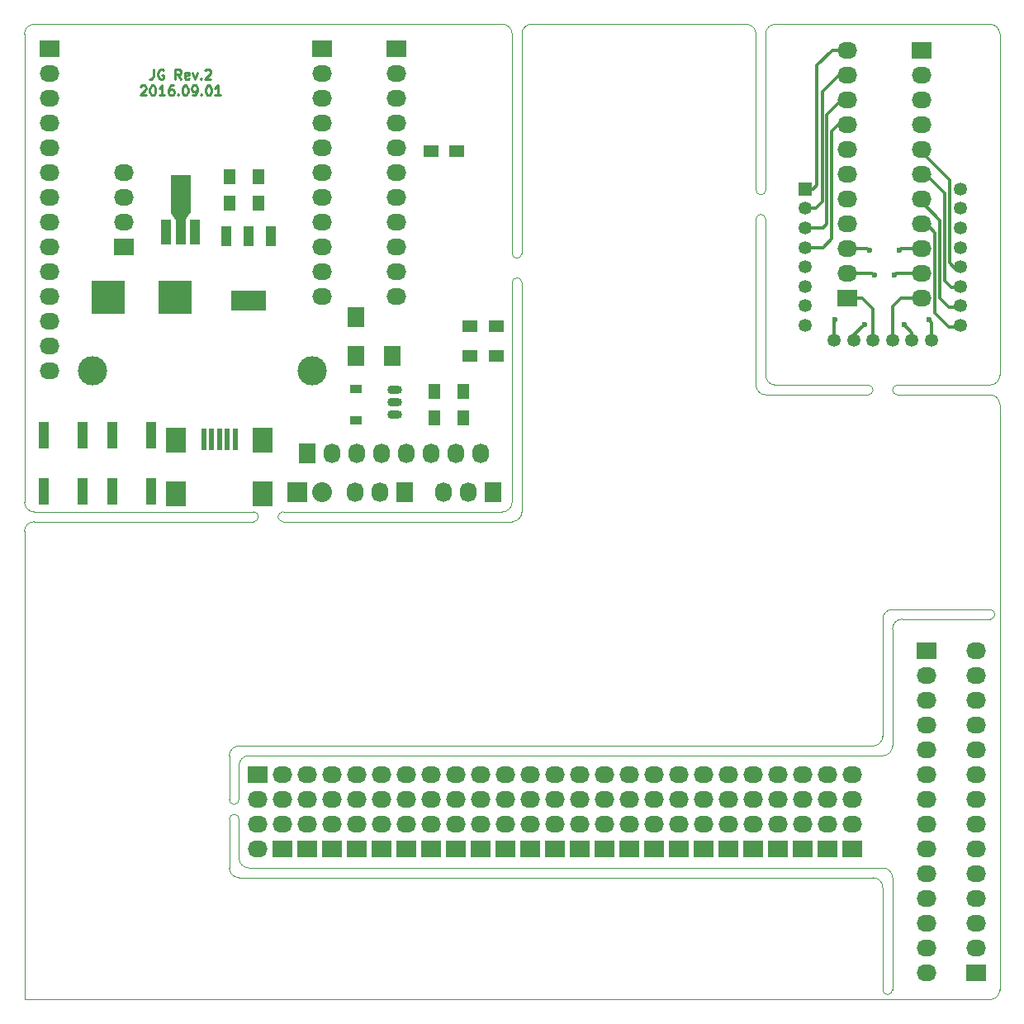
<source format=gtl>
G04 #@! TF.FileFunction,Copper,L1,Top,Signal*
%FSLAX46Y46*%
G04 Gerber Fmt 4.6, Leading zero omitted, Abs format (unit mm)*
G04 Created by KiCad (PCBNEW 4.0.2+dfsg1-stable) date Thu 29 Sep 2016 01:56:18 PM PDT*
%MOMM*%
G01*
G04 APERTURE LIST*
%ADD10C,0.100000*%
%ADD11C,0.010000*%
%ADD12C,0.250000*%
%ADD13R,2.032000X1.727200*%
%ADD14O,2.032000X1.727200*%
%ADD15R,0.500380X2.301240*%
%ADD16R,1.998980X2.499360*%
%ADD17R,1.727200X2.032000*%
%ADD18O,1.727200X2.032000*%
%ADD19C,1.350000*%
%ADD20R,1.350000X1.350000*%
%ADD21R,1.300000X1.500000*%
%ADD22R,3.500000X3.500000*%
%ADD23R,1.500000X1.300000*%
%ADD24R,1.000760X2.501900*%
%ADD25R,1.998980X4.000500*%
%ADD26R,2.032000X2.032000*%
%ADD27O,2.032000X2.032000*%
%ADD28R,1.000000X2.750000*%
%ADD29R,1.220000X0.910000*%
%ADD30R,3.657600X2.032000*%
%ADD31R,1.016000X2.032000*%
%ADD32C,3.000000*%
%ADD33O,1.501140X0.899160*%
%ADD34R,1.700000X2.000000*%
%ADD35C,0.600000*%
%ADD36C,0.300000*%
G04 APERTURE END LIST*
D10*
D11*
X0Y-49000000D02*
G75*
G03X1000000Y-50000000I1000000J0D01*
G01*
X1000000Y-51000000D02*
G75*
G03X0Y-52000000I0J-1000000D01*
G01*
X24000000Y-50500000D02*
G75*
G03X23500000Y-50000000I-500000J0D01*
G01*
X23500000Y-51000000D02*
G75*
G03X24000000Y-50500000I0J500000D01*
G01*
X26000000Y-50500000D02*
G75*
G03X26500000Y-51000000I500000J0D01*
G01*
X26500000Y-50000000D02*
G75*
G03X26000000Y-50500000I0J-500000D01*
G01*
X49000000Y-50000000D02*
G75*
G03X50000000Y-49000000I0J1000000D01*
G01*
X50000000Y-51000000D02*
G75*
G03X51000000Y-50000000I0J1000000D01*
G01*
X1000000Y0D02*
G75*
G03X0Y-1000000I0J-1000000D01*
G01*
X52000000Y0D02*
G75*
G03X51000000Y-1000000I0J-1000000D01*
G01*
X50000000Y-1000000D02*
G75*
G03X49000000Y0I-1000000J0D01*
G01*
X51000000Y-26500000D02*
G75*
G03X50500000Y-26000000I-500000J0D01*
G01*
X50500000Y-26000000D02*
G75*
G03X50000000Y-26500000I0J-500000D01*
G01*
X50500000Y-24000000D02*
G75*
G03X51000000Y-23500000I0J500000D01*
G01*
X50000000Y-23500000D02*
G75*
G03X50500000Y-24000000I500000J0D01*
G01*
X77000000Y0D02*
G75*
G03X76000000Y-1000000I0J-1000000D01*
G01*
X75000000Y-1000000D02*
G75*
G03X74000000Y0I-1000000J0D01*
G01*
X76000000Y-20000000D02*
G75*
G03X75500000Y-19500000I-500000J0D01*
G01*
X75500000Y-19500000D02*
G75*
G03X75000000Y-20000000I0J-500000D01*
G01*
X75500000Y-17500000D02*
G75*
G03X76000000Y-17000000I0J500000D01*
G01*
X75000000Y-17000000D02*
G75*
G03X75500000Y-17500000I500000J0D01*
G01*
X75000000Y-37000000D02*
G75*
G03X76000000Y-38000000I1000000J0D01*
G01*
X76000000Y-36000000D02*
G75*
G03X77000000Y-37000000I1000000J0D01*
G01*
X89000000Y-37500000D02*
G75*
G03X89500000Y-38000000I500000J0D01*
G01*
X89500000Y-37000000D02*
G75*
G03X89000000Y-37500000I0J-500000D01*
G01*
X86500000Y-38000000D02*
G75*
G03X87000000Y-37500000I0J500000D01*
G01*
X87000000Y-37500000D02*
G75*
G03X86500000Y-37000000I-500000J0D01*
G01*
X100000000Y-39000000D02*
G75*
G03X99000000Y-38000000I-1000000J0D01*
G01*
X99000000Y-37000000D02*
G75*
G03X100000000Y-36000000I0J1000000D01*
G01*
X100000000Y-1000000D02*
G75*
G03X99000000Y0I-1000000J0D01*
G01*
X99000000Y-100000000D02*
G75*
G03X100000000Y-99000000I0J1000000D01*
G01*
X99000000Y-61000000D02*
G75*
G03X99500000Y-60500000I0J500000D01*
G01*
X99500000Y-60500000D02*
G75*
G03X99000000Y-60000000I-500000J0D01*
G01*
X89000000Y-60000000D02*
G75*
G03X88000000Y-61000000I0J-1000000D01*
G01*
X90000000Y-61000000D02*
G75*
G03X89000000Y-62000000I0J-1000000D01*
G01*
X88000000Y-75000000D02*
G75*
G03X89000000Y-74000000I0J1000000D01*
G01*
X87000000Y-74000000D02*
G75*
G03X88000000Y-73000000I0J1000000D01*
G01*
X22000000Y-74000000D02*
G75*
G03X21000000Y-75000000I0J-1000000D01*
G01*
X23000000Y-75000000D02*
G75*
G03X22000000Y-76000000I0J-1000000D01*
G01*
X21500000Y-80000000D02*
G75*
G03X22000000Y-79500000I0J500000D01*
G01*
X21000000Y-79500000D02*
G75*
G03X21500000Y-80000000I500000J0D01*
G01*
X21500000Y-81000000D02*
G75*
G03X21000000Y-81500000I0J-500000D01*
G01*
X22000000Y-81500000D02*
G75*
G03X21500000Y-81000000I-500000J0D01*
G01*
X21000000Y-86500000D02*
G75*
G03X22000000Y-87500000I1000000J0D01*
G01*
X22000000Y-85500000D02*
G75*
G03X23000000Y-86500000I1000000J0D01*
G01*
X89000000Y-87500000D02*
G75*
G03X88000000Y-86500000I-1000000J0D01*
G01*
X88000000Y-88500000D02*
G75*
G03X87000000Y-87500000I-1000000J0D01*
G01*
X88500000Y-99500000D02*
G75*
G03X89000000Y-99000000I0J500000D01*
G01*
X88000000Y-99000000D02*
G75*
G03X88500000Y-99500000I500000J0D01*
G01*
X50000000Y-23500000D02*
X50000000Y-1000000D01*
X1000000Y-50000000D02*
X23500000Y-50000000D01*
X23500000Y-51000000D02*
X1000000Y-51000000D01*
X26500000Y-50000000D02*
X49000000Y-50000000D01*
X50000000Y-51000000D02*
X26500000Y-51000000D01*
X51000000Y-50000000D02*
X51000000Y-26500000D01*
X50000000Y-26500000D02*
X50000000Y-49000000D01*
X51000000Y-23500000D02*
X51000000Y-1000000D01*
X1000000Y0D02*
X49000000Y0D01*
X0Y-49000000D02*
X0Y-1000000D01*
X0Y-100000000D02*
X0Y-52000000D01*
X52000000Y0D02*
X74000000Y0D01*
X76000000Y-36000000D02*
X76000000Y-20000000D01*
X75000000Y-20000000D02*
X75000000Y-37000000D01*
X76000000Y-1000000D02*
X76000000Y-17000000D01*
X75000000Y-17000000D02*
X75000000Y-1000000D01*
X100000000Y-39000000D02*
X100000000Y-99000000D01*
X99000000Y0D02*
X77000000Y0D01*
X100000000Y-36000000D02*
X100000000Y-1000000D01*
X76000000Y-38000000D02*
X86500000Y-38000000D01*
X86500000Y-37000000D02*
X77000000Y-37000000D01*
X89500000Y-38000000D02*
X99000000Y-38000000D01*
X99000000Y-37000000D02*
X89500000Y-37000000D01*
X99000000Y-100000000D02*
X0Y-100000000D01*
X90000000Y-61000000D02*
X99000000Y-61000000D01*
X99000000Y-60000000D02*
X89000000Y-60000000D01*
X88000000Y-88500000D02*
X88000000Y-99000000D01*
X89000000Y-99000000D02*
X89000000Y-87500000D01*
X22000000Y-87500000D02*
X87000000Y-87500000D01*
X22000000Y-85500000D02*
X22000000Y-81500000D01*
X88000000Y-86500000D02*
X23000000Y-86500000D01*
X21000000Y-81500000D02*
X21000000Y-86500000D01*
X22000000Y-79500000D02*
X22000000Y-76000000D01*
X21000000Y-75000000D02*
X21000000Y-79500000D01*
X22000000Y-74000000D02*
X87000000Y-74000000D01*
X88000000Y-75000000D02*
X23000000Y-75000000D01*
X89000000Y-62000000D02*
X89000000Y-74000000D01*
X88000000Y-61000000D02*
X88000000Y-73000000D01*
D12*
X13238096Y-4627381D02*
X13238096Y-5341667D01*
X13190476Y-5484524D01*
X13095238Y-5579762D01*
X12952381Y-5627381D01*
X12857143Y-5627381D01*
X14238096Y-4675000D02*
X14142858Y-4627381D01*
X14000001Y-4627381D01*
X13857143Y-4675000D01*
X13761905Y-4770238D01*
X13714286Y-4865476D01*
X13666667Y-5055952D01*
X13666667Y-5198810D01*
X13714286Y-5389286D01*
X13761905Y-5484524D01*
X13857143Y-5579762D01*
X14000001Y-5627381D01*
X14095239Y-5627381D01*
X14238096Y-5579762D01*
X14285715Y-5532143D01*
X14285715Y-5198810D01*
X14095239Y-5198810D01*
X16047620Y-5627381D02*
X15714286Y-5151190D01*
X15476191Y-5627381D02*
X15476191Y-4627381D01*
X15857144Y-4627381D01*
X15952382Y-4675000D01*
X16000001Y-4722619D01*
X16047620Y-4817857D01*
X16047620Y-4960714D01*
X16000001Y-5055952D01*
X15952382Y-5103571D01*
X15857144Y-5151190D01*
X15476191Y-5151190D01*
X16857144Y-5579762D02*
X16761906Y-5627381D01*
X16571429Y-5627381D01*
X16476191Y-5579762D01*
X16428572Y-5484524D01*
X16428572Y-5103571D01*
X16476191Y-5008333D01*
X16571429Y-4960714D01*
X16761906Y-4960714D01*
X16857144Y-5008333D01*
X16904763Y-5103571D01*
X16904763Y-5198810D01*
X16428572Y-5294048D01*
X17238096Y-4960714D02*
X17476191Y-5627381D01*
X17714287Y-4960714D01*
X18095239Y-5532143D02*
X18142858Y-5579762D01*
X18095239Y-5627381D01*
X18047620Y-5579762D01*
X18095239Y-5532143D01*
X18095239Y-5627381D01*
X18523810Y-4722619D02*
X18571429Y-4675000D01*
X18666667Y-4627381D01*
X18904763Y-4627381D01*
X19000001Y-4675000D01*
X19047620Y-4722619D01*
X19095239Y-4817857D01*
X19095239Y-4913095D01*
X19047620Y-5055952D01*
X18476191Y-5627381D01*
X19095239Y-5627381D01*
X11904762Y-6372619D02*
X11952381Y-6325000D01*
X12047619Y-6277381D01*
X12285715Y-6277381D01*
X12380953Y-6325000D01*
X12428572Y-6372619D01*
X12476191Y-6467857D01*
X12476191Y-6563095D01*
X12428572Y-6705952D01*
X11857143Y-7277381D01*
X12476191Y-7277381D01*
X13095238Y-6277381D02*
X13190477Y-6277381D01*
X13285715Y-6325000D01*
X13333334Y-6372619D01*
X13380953Y-6467857D01*
X13428572Y-6658333D01*
X13428572Y-6896429D01*
X13380953Y-7086905D01*
X13333334Y-7182143D01*
X13285715Y-7229762D01*
X13190477Y-7277381D01*
X13095238Y-7277381D01*
X13000000Y-7229762D01*
X12952381Y-7182143D01*
X12904762Y-7086905D01*
X12857143Y-6896429D01*
X12857143Y-6658333D01*
X12904762Y-6467857D01*
X12952381Y-6372619D01*
X13000000Y-6325000D01*
X13095238Y-6277381D01*
X14380953Y-7277381D02*
X13809524Y-7277381D01*
X14095238Y-7277381D02*
X14095238Y-6277381D01*
X14000000Y-6420238D01*
X13904762Y-6515476D01*
X13809524Y-6563095D01*
X15238096Y-6277381D02*
X15047619Y-6277381D01*
X14952381Y-6325000D01*
X14904762Y-6372619D01*
X14809524Y-6515476D01*
X14761905Y-6705952D01*
X14761905Y-7086905D01*
X14809524Y-7182143D01*
X14857143Y-7229762D01*
X14952381Y-7277381D01*
X15142858Y-7277381D01*
X15238096Y-7229762D01*
X15285715Y-7182143D01*
X15333334Y-7086905D01*
X15333334Y-6848810D01*
X15285715Y-6753571D01*
X15238096Y-6705952D01*
X15142858Y-6658333D01*
X14952381Y-6658333D01*
X14857143Y-6705952D01*
X14809524Y-6753571D01*
X14761905Y-6848810D01*
X15761905Y-7182143D02*
X15809524Y-7229762D01*
X15761905Y-7277381D01*
X15714286Y-7229762D01*
X15761905Y-7182143D01*
X15761905Y-7277381D01*
X16428571Y-6277381D02*
X16523810Y-6277381D01*
X16619048Y-6325000D01*
X16666667Y-6372619D01*
X16714286Y-6467857D01*
X16761905Y-6658333D01*
X16761905Y-6896429D01*
X16714286Y-7086905D01*
X16666667Y-7182143D01*
X16619048Y-7229762D01*
X16523810Y-7277381D01*
X16428571Y-7277381D01*
X16333333Y-7229762D01*
X16285714Y-7182143D01*
X16238095Y-7086905D01*
X16190476Y-6896429D01*
X16190476Y-6658333D01*
X16238095Y-6467857D01*
X16285714Y-6372619D01*
X16333333Y-6325000D01*
X16428571Y-6277381D01*
X17238095Y-7277381D02*
X17428571Y-7277381D01*
X17523810Y-7229762D01*
X17571429Y-7182143D01*
X17666667Y-7039286D01*
X17714286Y-6848810D01*
X17714286Y-6467857D01*
X17666667Y-6372619D01*
X17619048Y-6325000D01*
X17523810Y-6277381D01*
X17333333Y-6277381D01*
X17238095Y-6325000D01*
X17190476Y-6372619D01*
X17142857Y-6467857D01*
X17142857Y-6705952D01*
X17190476Y-6801190D01*
X17238095Y-6848810D01*
X17333333Y-6896429D01*
X17523810Y-6896429D01*
X17619048Y-6848810D01*
X17666667Y-6801190D01*
X17714286Y-6705952D01*
X18142857Y-7182143D02*
X18190476Y-7229762D01*
X18142857Y-7277381D01*
X18095238Y-7229762D01*
X18142857Y-7182143D01*
X18142857Y-7277381D01*
X18809523Y-6277381D02*
X18904762Y-6277381D01*
X19000000Y-6325000D01*
X19047619Y-6372619D01*
X19095238Y-6467857D01*
X19142857Y-6658333D01*
X19142857Y-6896429D01*
X19095238Y-7086905D01*
X19047619Y-7182143D01*
X19000000Y-7229762D01*
X18904762Y-7277381D01*
X18809523Y-7277381D01*
X18714285Y-7229762D01*
X18666666Y-7182143D01*
X18619047Y-7086905D01*
X18571428Y-6896429D01*
X18571428Y-6658333D01*
X18619047Y-6467857D01*
X18666666Y-6372619D01*
X18714285Y-6325000D01*
X18809523Y-6277381D01*
X20095238Y-7277381D02*
X19523809Y-7277381D01*
X19809523Y-7277381D02*
X19809523Y-6277381D01*
X19714285Y-6420238D01*
X19619047Y-6515476D01*
X19523809Y-6563095D01*
D13*
X84836000Y-84582000D03*
D14*
X84836000Y-82042000D03*
X84836000Y-79502000D03*
X84836000Y-76962000D03*
D13*
X82296000Y-84582000D03*
D14*
X82296000Y-82042000D03*
X82296000Y-79502000D03*
X82296000Y-76962000D03*
D13*
X79756000Y-84582000D03*
D14*
X79756000Y-82042000D03*
X79756000Y-79502000D03*
X79756000Y-76962000D03*
D13*
X77216000Y-84582000D03*
D14*
X77216000Y-82042000D03*
X77216000Y-79502000D03*
X77216000Y-76962000D03*
D13*
X74676000Y-84582000D03*
D14*
X74676000Y-82042000D03*
X74676000Y-79502000D03*
X74676000Y-76962000D03*
D13*
X72136000Y-84582000D03*
D14*
X72136000Y-82042000D03*
X72136000Y-79502000D03*
X72136000Y-76962000D03*
D13*
X69596000Y-84582000D03*
D14*
X69596000Y-82042000D03*
X69596000Y-79502000D03*
X69596000Y-76962000D03*
D13*
X67056000Y-84582000D03*
D14*
X67056000Y-82042000D03*
X67056000Y-79502000D03*
X67056000Y-76962000D03*
D13*
X64516000Y-84582000D03*
D14*
X64516000Y-82042000D03*
X64516000Y-79502000D03*
X64516000Y-76962000D03*
D13*
X61976000Y-84582000D03*
D14*
X61976000Y-82042000D03*
X61976000Y-79502000D03*
X61976000Y-76962000D03*
D13*
X59436000Y-84582000D03*
D14*
X59436000Y-82042000D03*
X59436000Y-79502000D03*
X59436000Y-76962000D03*
D13*
X56896000Y-84582000D03*
D14*
X56896000Y-82042000D03*
X56896000Y-79502000D03*
X56896000Y-76962000D03*
D13*
X54356000Y-84582000D03*
D14*
X54356000Y-82042000D03*
X54356000Y-79502000D03*
X54356000Y-76962000D03*
D13*
X51816000Y-84582000D03*
D14*
X51816000Y-82042000D03*
X51816000Y-79502000D03*
X51816000Y-76962000D03*
D13*
X49276000Y-84582000D03*
D14*
X49276000Y-82042000D03*
X49276000Y-79502000D03*
X49276000Y-76962000D03*
D13*
X46736000Y-84582000D03*
D14*
X46736000Y-82042000D03*
X46736000Y-79502000D03*
X46736000Y-76962000D03*
D13*
X44196000Y-84582000D03*
D14*
X44196000Y-82042000D03*
X44196000Y-79502000D03*
X44196000Y-76962000D03*
D13*
X41656000Y-84582000D03*
D14*
X41656000Y-82042000D03*
X41656000Y-79502000D03*
X41656000Y-76962000D03*
D13*
X39116000Y-84582000D03*
D14*
X39116000Y-82042000D03*
X39116000Y-79502000D03*
X39116000Y-76962000D03*
D13*
X36576000Y-84582000D03*
D14*
X36576000Y-82042000D03*
X36576000Y-79502000D03*
X36576000Y-76962000D03*
D13*
X34036000Y-84582000D03*
D14*
X34036000Y-82042000D03*
X34036000Y-79502000D03*
X34036000Y-76962000D03*
D13*
X31496000Y-84582000D03*
D14*
X31496000Y-82042000D03*
X31496000Y-79502000D03*
X31496000Y-76962000D03*
D13*
X28956000Y-84582000D03*
D14*
X28956000Y-82042000D03*
X28956000Y-79502000D03*
X28956000Y-76962000D03*
D15*
X18399800Y-42550680D03*
X19199900Y-42550680D03*
X20000000Y-42550680D03*
X20800100Y-42550680D03*
X21600200Y-42550680D03*
D16*
X15549920Y-42649740D03*
X15549920Y-48148840D03*
X24450080Y-42649740D03*
X24450080Y-48148840D03*
D17*
X48000000Y-48000000D03*
D18*
X45460000Y-48000000D03*
X42920000Y-48000000D03*
D19*
X93002000Y-32384000D03*
X83002000Y-32384000D03*
X85002000Y-32384000D03*
X87002000Y-32384000D03*
X89002000Y-32384000D03*
X91002000Y-32384000D03*
X96002000Y-30884000D03*
X96002000Y-28884000D03*
X96002000Y-26884000D03*
X96002000Y-24884000D03*
X96002000Y-22884000D03*
X96002000Y-20884000D03*
X96002000Y-18884000D03*
X96002000Y-16884000D03*
D20*
X80002000Y-16884000D03*
D19*
X80002000Y-18884000D03*
X80002000Y-20884000D03*
X80002000Y-22884000D03*
X80002000Y-24884000D03*
X80002000Y-26884000D03*
X80002000Y-28884000D03*
X80002000Y-30884000D03*
D21*
X21000000Y-18350000D03*
X21000000Y-15650000D03*
D22*
X15403600Y-28000000D03*
X8596400Y-28000000D03*
D23*
X48350000Y-31000000D03*
X45650000Y-31000000D03*
X41650000Y-13000000D03*
X44350000Y-13000000D03*
D21*
X24000000Y-18350000D03*
X24000000Y-15650000D03*
D23*
X48350000Y-34000000D03*
X45650000Y-34000000D03*
D24*
X14498860Y-21352040D03*
X16000000Y-21352040D03*
X17501140Y-21352040D03*
D25*
X16000000Y-17399800D03*
D10*
G36*
X17000760Y-19374650D02*
X16500380Y-20123950D01*
X15499620Y-20123950D01*
X14999240Y-19374650D01*
X17000760Y-19374650D01*
X17000760Y-19374650D01*
G37*
D26*
X28000000Y-48000000D03*
D27*
X30540000Y-48000000D03*
D17*
X39000000Y-48000000D03*
D18*
X36460000Y-48000000D03*
X33920000Y-48000000D03*
D28*
X9000000Y-42125000D03*
X9000000Y-47875000D03*
X13000000Y-47875000D03*
X13000000Y-42125000D03*
X6000000Y-47875000D03*
X6000000Y-42125000D03*
X2000000Y-42125000D03*
X2000000Y-47875000D03*
D13*
X84320000Y-28060000D03*
D14*
X84320000Y-25520000D03*
X84320000Y-22980000D03*
X84320000Y-20440000D03*
X84320000Y-17900000D03*
X84320000Y-15360000D03*
X84320000Y-12820000D03*
X84320000Y-10280000D03*
X84320000Y-7740000D03*
X84320000Y-5200000D03*
X84320000Y-2660000D03*
D13*
X91940000Y-2660000D03*
D14*
X91940000Y-5200000D03*
X91940000Y-7740000D03*
X91940000Y-10280000D03*
X91940000Y-12820000D03*
X91940000Y-15360000D03*
X91940000Y-17900000D03*
X91940000Y-20440000D03*
X91940000Y-22980000D03*
X91940000Y-25520000D03*
X91940000Y-28060000D03*
D13*
X2540000Y-2540000D03*
D14*
X2540000Y-5080000D03*
X2540000Y-7620000D03*
X2540000Y-10160000D03*
X2540000Y-12700000D03*
X2540000Y-15240000D03*
X2540000Y-17780000D03*
X2540000Y-20320000D03*
X2540000Y-22860000D03*
X2540000Y-25400000D03*
X2540000Y-27940000D03*
X2540000Y-30480000D03*
X2540000Y-33020000D03*
X2540000Y-35560000D03*
D13*
X10160000Y-22860000D03*
D14*
X10160000Y-20320000D03*
X10160000Y-17780000D03*
X10160000Y-15240000D03*
D21*
X45000000Y-37650000D03*
X45000000Y-40350000D03*
D29*
X34000000Y-37365000D03*
X34000000Y-40635000D03*
D21*
X42000000Y-37650000D03*
X42000000Y-40350000D03*
D30*
X23000000Y-28302000D03*
D31*
X23000000Y-21698000D03*
X20714000Y-21698000D03*
X25286000Y-21698000D03*
D17*
X29000000Y-44000000D03*
D18*
X31540000Y-44000000D03*
X34080000Y-44000000D03*
X36620000Y-44000000D03*
X39160000Y-44000000D03*
X41700000Y-44000000D03*
X44240000Y-44000000D03*
X46780000Y-44000000D03*
D13*
X30480000Y-2540000D03*
D14*
X30480000Y-5080000D03*
X30480000Y-7620000D03*
X30480000Y-10160000D03*
X30480000Y-12700000D03*
X30480000Y-15240000D03*
X30480000Y-17780000D03*
X30480000Y-20320000D03*
X30480000Y-22860000D03*
X30480000Y-25400000D03*
X30480000Y-27940000D03*
D13*
X38100000Y-2540000D03*
D14*
X38100000Y-5080000D03*
X38100000Y-7620000D03*
X38100000Y-10160000D03*
X38100000Y-12700000D03*
X38100000Y-15240000D03*
X38100000Y-17780000D03*
X38100000Y-20320000D03*
X38100000Y-22860000D03*
X38100000Y-25400000D03*
X38100000Y-27940000D03*
D13*
X97536000Y-97282000D03*
D14*
X97536000Y-94742000D03*
X97536000Y-92202000D03*
X97536000Y-89662000D03*
X97536000Y-87122000D03*
X97536000Y-84582000D03*
X97536000Y-82042000D03*
X97536000Y-79502000D03*
X97536000Y-76962000D03*
X97536000Y-74422000D03*
X97536000Y-71882000D03*
X97536000Y-69342000D03*
X97536000Y-66802000D03*
X97536000Y-64262000D03*
D13*
X23876000Y-76962000D03*
D14*
X23876000Y-79502000D03*
X23876000Y-82042000D03*
X23876000Y-84582000D03*
D13*
X92456000Y-64262000D03*
D14*
X92456000Y-66802000D03*
X92456000Y-69342000D03*
X92456000Y-71882000D03*
X92456000Y-74422000D03*
X92456000Y-76962000D03*
X92456000Y-79502000D03*
X92456000Y-82042000D03*
X92456000Y-84582000D03*
X92456000Y-87122000D03*
X92456000Y-89662000D03*
X92456000Y-92202000D03*
X92456000Y-94742000D03*
X92456000Y-97282000D03*
D13*
X26416000Y-84582000D03*
D14*
X26416000Y-82042000D03*
X26416000Y-79502000D03*
X26416000Y-76962000D03*
D32*
X7000000Y-35500000D03*
X29500000Y-35500000D03*
D33*
X38000000Y-38730000D03*
X38000000Y-37460000D03*
X38000000Y-40000000D03*
D34*
X37750000Y-34000000D03*
X34000000Y-30000000D03*
X34000000Y-34000000D03*
D35*
X87118000Y-25746000D03*
X86102000Y-30826000D03*
X86610000Y-23206000D03*
X83054000Y-30318000D03*
X92706000Y-30318000D03*
X89658000Y-23206000D03*
X90166000Y-30826000D03*
X89150000Y-25746000D03*
D36*
X84320000Y-28060000D02*
X85876000Y-28060000D01*
X86992000Y-29176000D02*
X86992000Y-32634000D01*
X85876000Y-28060000D02*
X86992000Y-29176000D01*
X84320000Y-25520000D02*
X86892000Y-25520000D01*
X86102000Y-30826000D02*
X84992000Y-31936000D01*
X84992000Y-31936000D02*
X84992000Y-32634000D01*
X86892000Y-25520000D02*
X87118000Y-25746000D01*
X84320000Y-22980000D02*
X86384000Y-22980000D01*
X82992000Y-30380000D02*
X82992000Y-32634000D01*
X86384000Y-22980000D02*
X86610000Y-23206000D01*
X83054000Y-30318000D02*
X82992000Y-30380000D01*
X81866000Y-22884000D02*
X80002000Y-22884000D01*
X84320000Y-10280000D02*
X83470000Y-10280000D01*
X83470000Y-10280000D02*
X82750000Y-11000000D01*
X82750000Y-11000000D02*
X82750000Y-22000000D01*
X82750000Y-22000000D02*
X81866000Y-22884000D01*
X84320000Y-7740000D02*
X83760000Y-7740000D01*
X83760000Y-7740000D02*
X82250000Y-9250000D01*
X82250000Y-9250000D02*
X82250000Y-20500000D01*
X82250000Y-20500000D02*
X81866000Y-20884000D01*
X81866000Y-20884000D02*
X80002000Y-20884000D01*
X84320000Y-5200000D02*
X83550000Y-5200000D01*
X83550000Y-5200000D02*
X81799998Y-6950002D01*
X81799998Y-6950002D02*
X81799998Y-18200002D01*
X81799998Y-18200002D02*
X81116000Y-18884000D01*
X81116000Y-18884000D02*
X80002000Y-18884000D01*
X80866000Y-16884000D02*
X80002000Y-16884000D01*
X81250000Y-16500000D02*
X80866000Y-16884000D01*
X81250000Y-4250000D02*
X81250000Y-16500000D01*
X84320000Y-2660000D02*
X82840000Y-2660000D01*
X82840000Y-2660000D02*
X81250000Y-4250000D01*
X94875000Y-16015000D02*
X91805000Y-12945000D01*
X94875000Y-24474996D02*
X94875000Y-16015000D01*
X95409004Y-25009000D02*
X94875000Y-24474996D01*
X96123000Y-25009000D02*
X95409004Y-25009000D01*
X92485000Y-15485000D02*
X94325002Y-17325002D01*
X94325002Y-17325002D02*
X94325002Y-26325002D01*
X91805000Y-15485000D02*
X92485000Y-15485000D01*
X95009000Y-27009000D02*
X96123000Y-27009000D01*
X94325002Y-26325002D02*
X95009000Y-27009000D01*
X93875000Y-20095000D02*
X91805000Y-18025000D01*
X93875000Y-28125000D02*
X93875000Y-20095000D01*
X94759000Y-29009000D02*
X93875000Y-28125000D01*
X96123000Y-29009000D02*
X94759000Y-29009000D01*
X93375000Y-21375000D02*
X93375000Y-29625000D01*
X92565000Y-20565000D02*
X93375000Y-21375000D01*
X91805000Y-20565000D02*
X92337000Y-20565000D01*
X91805000Y-20565000D02*
X92565000Y-20565000D01*
X93375000Y-29625000D02*
X94759000Y-31009000D01*
X94759000Y-31009000D02*
X96123000Y-31009000D01*
X91940000Y-22980000D02*
X89884000Y-22980000D01*
X92992000Y-30604000D02*
X92992000Y-32634000D01*
X92706000Y-30318000D02*
X92992000Y-30604000D01*
X89884000Y-22980000D02*
X89658000Y-23206000D01*
X91940000Y-25520000D02*
X89376000Y-25520000D01*
X90166000Y-30826000D02*
X90992000Y-31652000D01*
X89376000Y-25520000D02*
X89150000Y-25746000D01*
X90992000Y-31652000D02*
X90992000Y-32634000D01*
X91940000Y-28060000D02*
X89884000Y-28060000D01*
X89884000Y-28060000D02*
X88992000Y-28952000D01*
X88992000Y-28952000D02*
X88992000Y-32634000D01*
M02*

</source>
